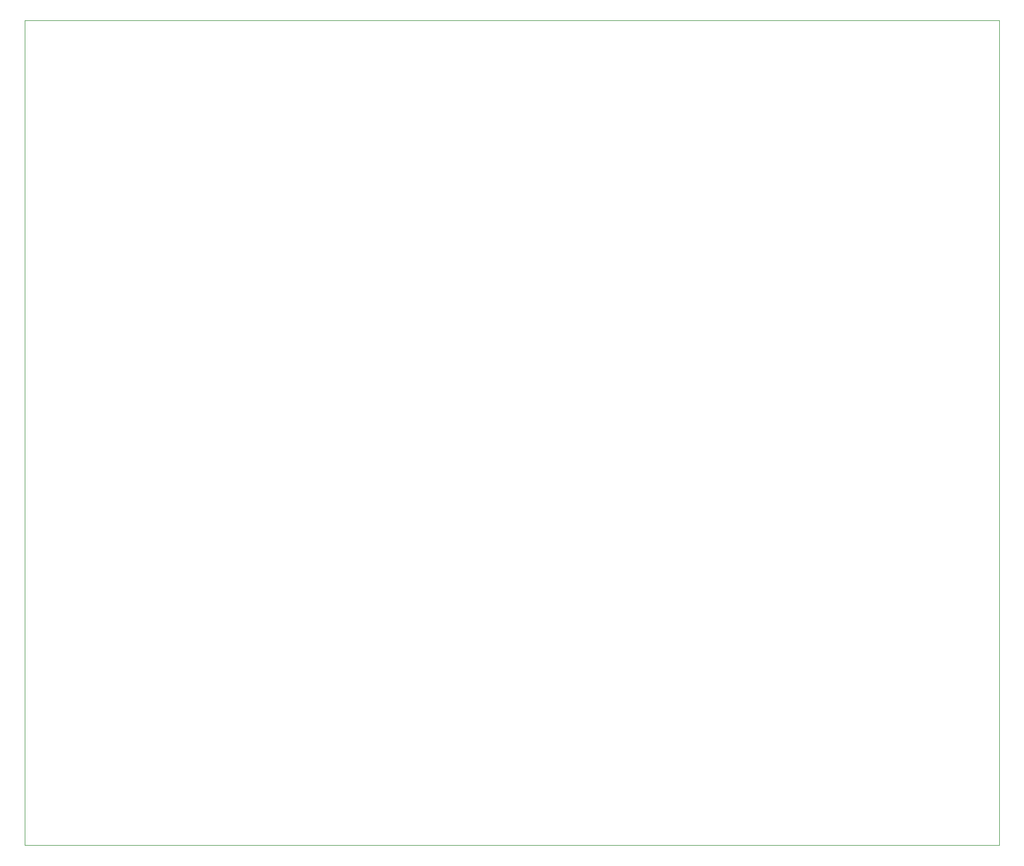
<source format=gbr>
%TF.GenerationSoftware,KiCad,Pcbnew,8.0.6*%
%TF.CreationDate,2025-01-17T17:45:09+05:30*%
%TF.ProjectId,stm32carrier_drive,73746d33-3263-4617-9272-6965725f6472,rev?*%
%TF.SameCoordinates,Original*%
%TF.FileFunction,Profile,NP*%
%FSLAX46Y46*%
G04 Gerber Fmt 4.6, Leading zero omitted, Abs format (unit mm)*
G04 Created by KiCad (PCBNEW 8.0.6) date 2025-01-17 17:45:09*
%MOMM*%
%LPD*%
G01*
G04 APERTURE LIST*
%TA.AperFunction,Profile*%
%ADD10C,0.050000*%
%TD*%
G04 APERTURE END LIST*
D10*
X50500000Y-36500000D02*
X200500000Y-36500000D01*
X200500000Y-163500000D01*
X50500000Y-163500000D01*
X50500000Y-36500000D01*
M02*

</source>
